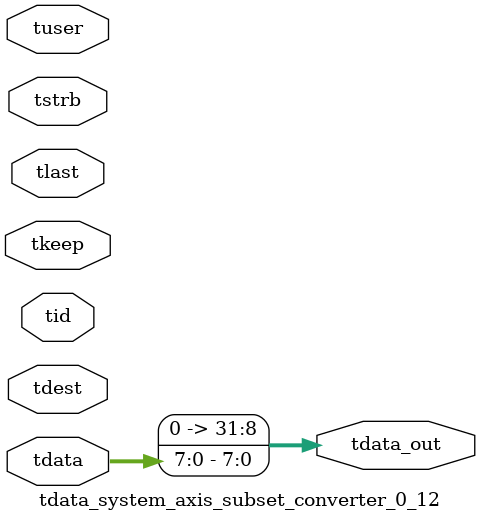
<source format=v>


`timescale 1ps/1ps

module tdata_system_axis_subset_converter_0_12 #
(
parameter C_S_AXIS_TDATA_WIDTH = 32,
parameter C_S_AXIS_TUSER_WIDTH = 0,
parameter C_S_AXIS_TID_WIDTH   = 0,
parameter C_S_AXIS_TDEST_WIDTH = 0,
parameter C_M_AXIS_TDATA_WIDTH = 32
)
(
input  [(C_S_AXIS_TDATA_WIDTH == 0 ? 1 : C_S_AXIS_TDATA_WIDTH)-1:0     ] tdata,
input  [(C_S_AXIS_TUSER_WIDTH == 0 ? 1 : C_S_AXIS_TUSER_WIDTH)-1:0     ] tuser,
input  [(C_S_AXIS_TID_WIDTH   == 0 ? 1 : C_S_AXIS_TID_WIDTH)-1:0       ] tid,
input  [(C_S_AXIS_TDEST_WIDTH == 0 ? 1 : C_S_AXIS_TDEST_WIDTH)-1:0     ] tdest,
input  [(C_S_AXIS_TDATA_WIDTH/8)-1:0 ] tkeep,
input  [(C_S_AXIS_TDATA_WIDTH/8)-1:0 ] tstrb,
input                                                                    tlast,
output [C_M_AXIS_TDATA_WIDTH-1:0] tdata_out
);

assign tdata_out = {tdata[7:0]};

endmodule


</source>
